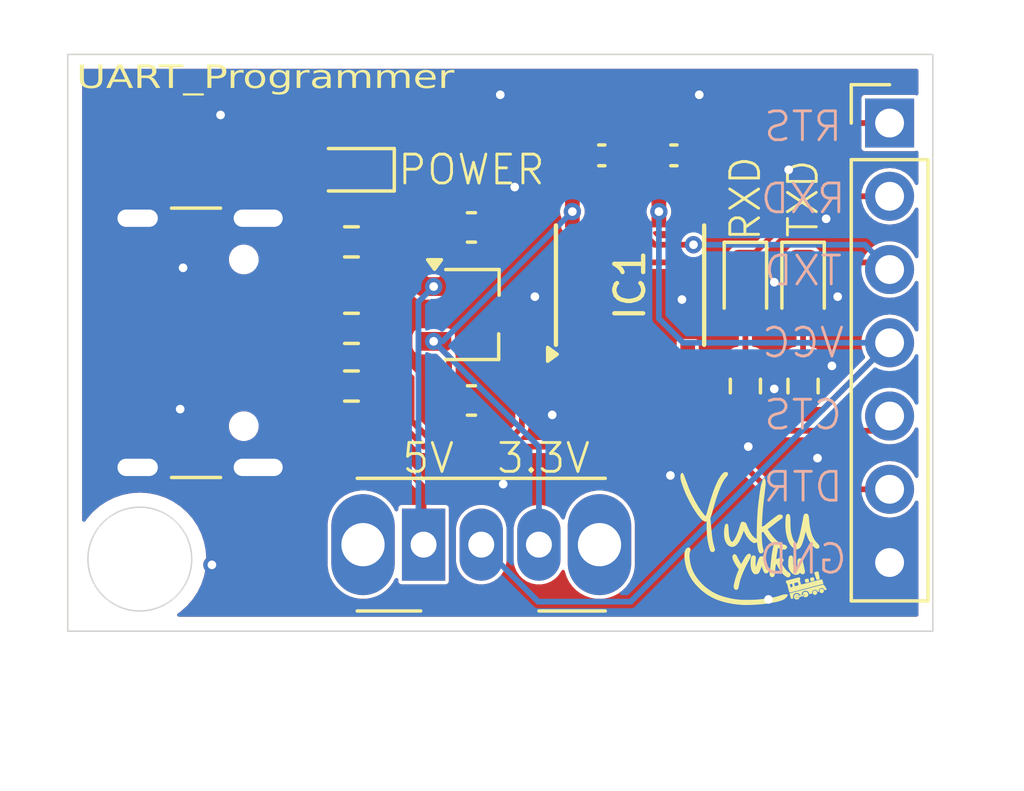
<source format=kicad_pcb>
(kicad_pcb (version 20240108) (generator "pcbnew") (generator_version "8.0")
  (layers (0 "F.Cu" signal) (31 "B.Cu" signal) (34 "B.Paste" user) (35 "F.Paste" user) (36 "B.SilkS" user "B.Silkscreen") (37 "F.SilkS" user "F.Silkscreen") (38 "B.Mask" user) (39 "F.Mask" user) (44 "Edge.Cuts" user))
  (net 0 "")
  (net 1 "Net-(J1-CC1)")
  (net 2 "GND")
  (net 3 "Net-(J1-CC2)")
  (net 4 "Net-(D1-A)")
  (net 5 "+5V")
  (net 6 "VCC")
  (net 7 "Net-(D2-A)")
  (net 8 "Net-(D3-A)")
  (net 9 "+3.3V")
  (net 10 "/D-")
  (net 11 "/~{CTS}")
  (net 12 "/RXD")
  (net 13 "/~{RTS}")
  (net 14 "/~{DTR}")
  (net 15 "/D+")
  (net 16 "/TXD")
  (net 17 "Net-(F1-Pad1)")
  (footprint "Resistor_SMD:R_0603_1608Metric" (layer "F.Cu") (at 135.5 99.5 180)
    (property "Reference" "R1" (hide yes))
    (property "Value" "5.1k")
    (pad "1" smd roundrect (at -0.825 0 180) (size 0.8 0.95) (layers "F.Cu" "F.Paste" "F.Mask") (net 2 "GND"))
    (pad "2" smd roundrect (at 0.825 0 180) (size 0.8 0.95) (layers "F.Cu" "F.Paste" "F.Mask") (net 1 "Net-(J1-CC1)"))
  )
  (footprint "Capacitor_SMD:C_0603_1608Metric" (layer "F.Cu") (at 139.66 96 180)
    (property "Reference" "C4" (hide yes))
    (property "Value" "1uF")
    (pad "1" smd roundrect (at -0.775 0 180) (size 0.9 0.95) (layers "F.Cu" "F.Paste" "F.Mask") (net 2 "GND"))
    (pad "2" smd roundrect (at 0.775 0 180) (size 0.9 0.95) (layers "F.Cu" "F.Paste" "F.Mask") (net 5 "+5V"))
  )
  (footprint "LED_SMD:LED_0603_1608Metric" (layer "F.Cu") (at 149.16 98 -90)
    (property "Reference" "D3" (hide yes))
    (property "Value" "LED")
    (pad "1" smd roundrect (at -0.7875 0 270) (size 0.875 0.95) (layers "F.Cu" "F.Paste" "F.Mask") (net 12 "/RXD"))
    (pad "2" smd roundrect (at 0.7875 0 270) (size 0.875 0.95) (layers "F.Cu" "F.Paste" "F.Mask") (net 8 "Net-(D3-A)"))
  )
  (footprint "Resistor_SMD:R_0603_1608Metric" (layer "F.Cu") (at 151.16 101.5 90)
    (property "Reference" "R4" (hide yes))
    (property "Value" "1k")
    (pad "1" smd roundrect (at -0.825 0 90) (size 0.8 0.95) (layers "F.Cu" "F.Paste" "F.Mask") (net 6 "VCC"))
    (pad "2" smd roundrect (at 0.825 0 90) (size 0.8 0.95) (layers "F.Cu" "F.Paste" "F.Mask") (net 7 "Net-(D2-A)"))
  )
  (footprint "Resistor_SMD:R_0603_1608Metric" (layer "F.Cu") (at 149.16 101.5 90)
    (property "Reference" "R5" (hide yes))
    (property "Value" "1k")
    (pad "1" smd roundrect (at -0.825 0 90) (size 0.8 0.95) (layers "F.Cu" "F.Paste" "F.Mask") (net 6 "VCC"))
    (pad "2" smd roundrect (at 0.825 0 90) (size 0.8 0.95) (layers "F.Cu" "F.Paste" "F.Mask") (net 8 "Net-(D3-A)"))
  )
  (footprint "LED_SMD:LED_0603_1608Metric" (layer "F.Cu") (at 151.16 98 -90)
    (property "Reference" "D2" (hide yes))
    (property "Value" "LED")
    (pad "1" smd roundrect (at -0.7875 0 270) (size 0.875 0.95) (layers "F.Cu" "F.Paste" "F.Mask") (net 16 "/TXD"))
    (pad "2" smd roundrect (at 0.7875 0 270) (size 0.875 0.95) (layers "F.Cu" "F.Paste" "F.Mask") (net 7 "Net-(D2-A)"))
  )
  (footprint "Fuse:Fuse_0402_1005Metric" (layer "F.Cu") (at 135.515 103)
    (property "Reference" "F1" (hide yes))
    (property "Value" "350mA")
    (pad "1" smd roundrect (at -0.485 0) (size 0.59 0.64) (layers "F.Cu" "F.Paste" "F.Mask") (net 17 "Net-(F1-Pad1)"))
    (pad "2" smd roundrect (at 0.485 0) (size 0.59 0.64) (layers "F.Cu" "F.Paste" "F.Mask") (net 5 "+5V"))
  )
  (footprint "Capacitor_SMD:C_0402_1005Metric" (layer "F.Cu") (at 144.18 93.5)
    (property "Reference" "C2" (hide yes))
    (property "Value" "0.1uF")
    (pad "1" smd roundrect (at -0.48 0) (size 0.56 0.62) (layers "F.Cu" "F.Paste" "F.Mask") (net 9 "+3.3V"))
    (pad "2" smd roundrect (at 0.48 0) (size 0.56 0.62) (layers "F.Cu" "F.Paste" "F.Mask") (net 2 "GND"))
  )
  (footprint "Connector_USB:USB_C_Receptacle_GCT_USB4105-xx-A_16P_TopMnt_Horizontal" (layer "F.Cu") (at 129.16 100 -90)
    (property "Reference" "J1" (hide yes))
    (property "Value" "USB_C_Receptacle_USB2.0_16P")
    (pad "" np_thru_hole circle (at -2.89 -2.605 270) (size 0.65 0.65) (drill 0.65) (layers "F&B.Cu" "*.Mask"))
    (pad "" np_thru_hole circle (at 2.89 -2.605 270) (size 0.65 0.65) (drill 0.65) (layers "F&B.Cu" "*.Mask"))
    (pad "A1" smd roundrect (at -3.2 -3.68 270) (size 0.6 1.15) (layers "F.Cu" "F.Paste" "F.Mask") (net 2 "GND"))
    (pad "A4" smd roundrect (at -2.4 -3.68 270) (size 0.6 1.15) (layers "F.Cu" "F.Paste" "F.Mask") (net 17 "Net-(F1-Pad1)"))
    (pad "A5" smd roundrect (at -1.25 -3.68 270) (size 0.3 1.15) (layers "F.Cu" "F.Paste" "F.Mask") (net 1 "Net-(J1-CC1)"))
    (pad "A6" smd roundrect (at -0.25 -3.68 270) (size 0.3 1.15) (layers "F.Cu" "F.Paste" "F.Mask") (net 15 "/D+"))
    (pad "A7" smd roundrect (at 0.25 -3.68 270) (size 0.3 1.15) (layers "F.Cu" "F.Paste" "F.Mask") (net 10 "/D-"))
    (pad "A8" smd roundrect (at 1.25 -3.68 270) (size 0.3 1.15) (layers "F.Cu" "F.Paste" "F.Mask"))
    (pad "A9" smd roundrect (at 2.4 -3.68 270) (size 0.6 1.15) (layers "F.Cu" "F.Paste" "F.Mask") (net 17 "Net-(F1-Pad1)"))
    (pad "A12" smd roundrect (at 3.2 -3.68 270) (size 0.6 1.15) (layers "F.Cu" "F.Paste" "F.Mask") (net 2 "GND"))
    (pad "B1" smd roundrect (at 3.2 -3.68 270) (size 0.6 1.15) (layers "F.Cu" "F.Paste" "F.Mask") (net 2 "GND"))
    (pad "B4" smd roundrect (at 2.4 -3.68 270) (size 0.6 1.15) (layers "F.Cu" "F.Paste" "F.Mask") (net 17 "Net-(F1-Pad1)"))
    (pad "B5" smd roundrect (at 1.75 -3.68 270) (size 0.3 1.15) (layers "F.Cu" "F.Paste" "F.Mask") (net 3 "Net-(J1-CC2)"))
    (pad "B6" smd roundrect (at 0.75 -3.68 270) (size 0.3 1.15) (layers "F.Cu" "F.Paste" "F.Mask") (net 15 "/D+"))
    (pad "B7" smd roundrect (at -0.75 -3.68 270) (size 0.3 1.15) (layers "F.Cu" "F.Paste" "F.Mask") (net 10 "/D-"))
    (pad "B8" smd roundrect (at -1.75 -3.68 270) (size 0.3 1.15) (layers "F.Cu" "F.Paste" "F.Mask"))
    (pad "B9" smd roundrect (at -2.4 -3.68 270) (size 0.6 1.15) (layers "F.Cu" "F.Paste" "F.Mask") (net 17 "Net-(F1-Pad1)"))
    (pad "B12" smd roundrect (at -3.2 -3.68 270) (size 0.6 1.15) (layers "F.Cu" "F.Paste" "F.Mask") (net 2 "GND"))
    (pad "S1" thru_hole oval (at -4.32 -3.105 270) (size 1 2.1) (drill oval 0.6 1.7) (layers "*.Cu" "*.Mask" "F.Paste") (net 2 "GND"))
    (pad "S1" thru_hole oval (at -4.32 1.075 270) (size 1 1.8) (drill oval 0.6 1.4) (layers "*.Cu" "*.Mask" "F.Paste") (net 2 "GND"))
    (pad "S1" thru_hole oval (at 4.32 -3.105 270) (size 1 2.1) (drill oval 0.6 1.7) (layers "*.Cu" "*.Mask" "F.Paste") (net 2 "GND"))
    (pad "S1" thru_hole oval (at 4.32 1.075 270) (size 1 1.8) (drill oval 0.6 1.4) (layers "*.Cu" "*.Mask" "F.Paste") (net 2 "GND"))
  )
  (footprint "Connector_PinHeader_2.54mm:PinHeader_1x07_P2.54mm_Vertical" (layer "F.Cu") (at 154.16 92.38)
    (property "Reference" "J2" (hide yes))
    (property "Value" "Conn_01x07")
    (pad "1" thru_hole rect (at 0 0) (size 1.7 1.7) (drill 1) (layers "*.Cu" "*.Mask") (net 13 "/~{RTS}"))
    (pad "2" thru_hole oval (at 0 2.54) (size 1.7 1.7) (drill 1) (layers "*.Cu" "*.Mask") (net 12 "/RXD"))
    (pad "3" thru_hole oval (at 0 5.08) (size 1.7 1.7) (drill 1) (layers "*.Cu" "*.Mask") (net 16 "/TXD"))
    (pad "4" thru_hole oval (at 0 7.62) (size 1.7 1.7) (drill 1) (layers "*.Cu" "*.Mask") (net 6 "VCC"))
    (pad "5" thru_hole oval (at 0 10.16) (size 1.7 1.7) (drill 1) (layers "*.Cu" "*.Mask") (net 11 "/~{CTS}"))
    (pad "6" thru_hole oval (at 0 12.7) (size 1.7 1.7) (drill 1) (layers "*.Cu" "*.Mask") (net 14 "/~{DTR}"))
    (pad "7" thru_hole oval (at 0 15.24) (size 1.7 1.7) (drill 1) (layers "*.Cu" "*.Mask") (net 2 "GND"))
  )
  (footprint "Button_Switch_THT:SW_Slide_SPDT_Angled_CK_OS102011MA1Q" (layer "F.Cu") (at 138 107)
    (property "Reference" "SW1" (hide yes))
    (property "Value" "SW_SPDT")
    (pad "" thru_hole oval (at -2.1 0) (size 2.2 3.5) (drill 1.5) (layers "*.Cu" "*.Mask"))
    (pad "" thru_hole oval (at 6.1 0) (size 2.2 3.5) (drill 1.5) (layers "*.Cu" "*.Mask"))
    (pad "1" thru_hole rect (at 0 0) (size 1.5 2.5) (drill 0.9) (layers "*.Cu" "*.Mask") (net 5 "+5V"))
    (pad "2" thru_hole oval (at 2 0) (size 1.5 2.5) (drill 0.9) (layers "*.Cu" "*.Mask") (net 6 "VCC"))
    (pad "3" thru_hole oval (at 4 0) (size 1.5 2.5) (drill 0.9) (layers "*.Cu" "*.Mask") (net 9 "+3.3V"))
  )
  (footprint "Capacitor_SMD:C_0603_1608Metric" (layer "F.Cu") (at 139.66 102)
    (property "Reference" "C3" (hide yes))
    (property "Value" "1uF")
    (pad "1" smd roundrect (at -0.775 0) (size 0.9 0.95) (layers "F.Cu" "F.Paste" "F.Mask") (net 9 "+3.3V"))
    (pad "2" smd roundrect (at 0.775 0) (size 0.9 0.95) (layers "F.Cu" "F.Paste" "F.Mask") (net 2 "GND"))
  )
  (footprint "Capacitor_SMD:C_0402_1005Metric" (layer "F.Cu") (at 146.68 93.5)
    (property "Reference" "C1" (hide yes))
    (property "Value" "0.1uF")
    (pad "1" smd roundrect (at -0.48 0) (size 0.56 0.62) (layers "F.Cu" "F.Paste" "F.Mask") (net 6 "VCC"))
    (pad "2" smd roundrect (at 0.48 0) (size 0.56 0.62) (layers "F.Cu" "F.Paste" "F.Mask") (net 2 "GND"))
  )
  (footprint "LED_SMD:LED_0603_1608Metric" (layer "F.Cu") (at 135.5 94 180)
    (property "Reference" "D1" (hide yes))
    (property "Value" "LED")
    (pad "1" smd roundrect (at -0.7875 0 180) (size 0.875 0.95) (layers "F.Cu" "F.Paste" "F.Mask") (net 2 "GND"))
    (pad "2" smd roundrect (at 0.7875 0 180) (size 0.875 0.95) (layers "F.Cu" "F.Paste" "F.Mask") (net 4 "Net-(D1-A)"))
  )
  (footprint "Resistor_SMD:R_0603_1608Metric" (layer "F.Cu") (at 135.5 96.5 180)
    (property "Reference" "R3" (hide yes))
    (property "Value" "1k")
    (pad "1" smd roundrect (at -0.825 0 180) (size 0.8 0.95) (layers "F.Cu" "F.Paste" "F.Mask") (net 5 "+5V"))
    (pad "2" smd roundrect (at 0.825 0 180) (size 0.8 0.95) (layers "F.Cu" "F.Paste" "F.Mask") (net 4 "Net-(D1-A)"))
  )
  (footprint "Resistor_SMD:R_0603_1608Metric" (layer "F.Cu") (at 135.5 101.5 180)
    (property "Reference" "R2" (hide yes))
    (property "Value" "5.1k")
    (pad "1" smd roundrect (at -0.825 0 180) (size 0.8 0.95) (layers "F.Cu" "F.Paste" "F.Mask") (net 2 "GND"))
    (pad "2" smd roundrect (at 0.825 0 180) (size 0.8 0.95) (layers "F.Cu" "F.Paste" "F.Mask") (net 3 "Net-(J1-CC2)"))
  )
  (footprint "Package_TO_SOT_SMD:TSOT-23" (layer "F.Cu") (at 139.66 99)
    (property "Reference" "IC2" (hide yes))
    (property "Value" "AP7333-33SAG-7")
    (pad "1" smd roundrect (at -1.31 -0.95) (size 1.22 0.65) (layers "F.Cu" "F.Paste" "F.Mask") (net 5 "+5V"))
    (pad "2" smd roundrect (at -1.31 0.95) (size 1.22 0.65) (layers "F.Cu" "F.Paste" "F.Mask") (net 9 "+3.3V"))
    (pad "3" smd roundrect (at 1.31 0) (size 1.22 0.65) (layers "F.Cu" "F.Paste" "F.Mask") (net 2 "GND"))
  )
  (footprint "Package_SO:SSOP-10_3.9x4.9mm_P1.00mm" (layer "F.Cu") (at 145.16 98 90)
    (property "Reference" "IC1" (at 0 0 -90) (layer "F.SilkS"))
    (property "Value" "~")
    (pad "1" smd rect (at -2.55 -2 90) (size 1.1 0.51) (layers "F.Cu" "F.Paste" "F.Mask") (net 15 "/D+"))
    (pad "2" smd rect (at -2.55 -1 90) (size 1.1 0.51) (layers "F.Cu" "F.Paste" "F.Mask") (net 10 "/D-"))
    (pad "3" smd rect (at -2.55 0 90) (size 1.1 0.51) (layers "F.Cu" "F.Paste" "F.Mask") (net 2 "GND"))
    (pad "4" smd rect (at -2.55 1 90) (size 1.1 0.51) (layers "F.Cu" "F.Paste" "F.Mask") (net 14 "/~{DTR}"))
    (pad "5" smd rect (at -2.55 2 90) (size 1.1 0.51) (layers "F.Cu" "F.Paste" "F.Mask") (net 11 "/~{CTS}"))
    (pad "6" smd rect (at 2.55 2 90) (size 1.1 0.51) (layers "F.Cu" "F.Paste" "F.Mask") (net 13 "/~{RTS}"))
    (pad "7" smd rect (at 2.55 1 90) (size 1.1 0.51) (layers "F.Cu" "F.Paste" "F.Mask") (net 6 "VCC"))
    (pad "8" smd rect (at 2.55 0 90) (size 1.1 0.51) (layers "F.Cu" "F.Paste" "F.Mask") (net 16 "/TXD"))
    (pad "9" smd rect (at 2.55 -1 90) (size 1.1 0.51) (layers "F.Cu" "F.Paste" "F.Mask") (net 12 "/RXD"))
    (pad "10" smd rect (at 2.55 -2 90) (size 1.1 0.51) (layers "F.Cu" "F.Paste" "F.Mask") (net 9 "+3.3V"))
  )
  (footprint "Logo:Yukuyuku" (layer "F.Cu") (at 149.26 106.3)
    (property "Reference" "G***" (hide yes))
    (property "Value" "LOGO" (hide yes))
  )
  (gr_line (start 155.66 110) (end 125.66 110) (stroke (width 0.05)) (layer "Edge.Cuts"))
  (gr_line (start 125.66 110) (end 125.66 90) (stroke (width 0.05)) (layer "Edge.Cuts"))
  (gr_line (start 125.66 90) (end 155.66 90) (stroke (width 0.05)) (layer "Edge.Cuts"))
  (gr_circle (center 128.16 107.5) (end 129.96 107.5) (stroke (width 0.05)) (fill none) (layer "Edge.Cuts"))
  (gr_line (start 155.66 90) (end 155.66 110) (stroke (width 0.05)) (layer "Edge.Cuts"))
  (gr_text "VCC" (at 151.16 100 0) (layer "B.SilkS") (effects (font (size 1 1) (thickness 0.1)) (justify mirror)))
  (gr_text "DTR" (at 151.16 105 0) (layer "B.SilkS") (effects (font (size 1 1) (thickness 0.1)) (justify mirror)))
  (gr_text "RXD" (at 151.16 95 0) (layer "B.SilkS") (effects (font (size 1 1) (thickness 0.1)) (justify mirror)))
  (gr_text "GND" (at 151.16 107.5 0) (layer "B.SilkS") (effects (font (size 1 1) (thickness 0.1)) (justify mirror)))
  (gr_text "RTS" (at 151.16 92.5 0) (layer "B.SilkS") (effects (font (size 1 1) (thickness 0.1)) (justify mirror)))
  (gr_text "TXD" (at 151.16 97.5 0) (layer "B.SilkS") (effects (font (size 1 1) (thickness 0.1)) (justify mirror)))
  (gr_text "CTS" (at 151.16 102.5 0) (layer "B.SilkS") (effects (font (size 1 1) (thickness 0.1)) (justify mirror)))
  (gr_text "5V" (at 138.16 104 0) (layer "F.SilkS") (effects (font (size 1 1) (thickness 0.1))))
  (gr_text "TXD" (at 151.16 95 90) (layer "F.SilkS") (effects (font (size 1 1) (thickness 0.1))))
  (gr_text "3.3V" (at 142.16 104 0) (layer "F.SilkS") (effects (font (size 1 1) (thickness 0.1))))
  (gr_text "POWER" (at 139.66 94 0) (layer "F.SilkS") (effects (font (size 1 1) (thickness 0.1))))
  (gr_text "RXD" (at 149.16 95 90) (layer "F.SilkS") (effects (font (size 1 1) (thickness 0.1))))
  (gr_text "UART_Programmer" (at 125.96 91.3 0) (layer "F.SilkS") (effects (font (size 0.8 1) (thickness 0.1)) (justify left bottom)))
  (segment (start 133.925 98.75) (end 134.675 99.5) (width 0.2) (layer "F.Cu") (net 1))
  (segment (start 132.84 98.75) (end 133.925 98.75) (width 0.2) (layer "F.Cu") (net 1))
  (segment (start 143.869 99) (end 145.16 100.291) (width 0.2) (layer "F.Cu") (net 2))
  (segment (start 135.5855 93.298) (end 136.2875 94) (width 0.2) (layer "F.Cu") (net 2))
  (segment (start 136.325 99.5) (end 136.825 99) (width 0.2) (layer "F.Cu") (net 2))
  (segment (start 146.623 92.963) (end 147.16 93.5) (width 0.2) (layer "F.Cu") (net 2))
  (segment (start 133.625 96.8) (end 132.84 96.8) (width 0.2) (layer "F.Cu") (net 2))
  (segment (start 131.15 96.795) (end 131.15 103.205) (width 0.2) (layer "F.Cu") (net 2))
  (segment (start 136.825 99) (end 140.97 99) (width 0.2) (layer "F.Cu") (net 2))
  (segment (start 136.325 99.5) (end 133.625 96.8) (width 0.2) (layer "F.Cu") (net 2))
  (segment (start 145.197 92.963) (end 146.623 92.963) (width 0.2) (layer "F.Cu") (net 2))
  (segment (start 142.833 103.927) (end 145.16 101.6) (width 0.2) (layer "F.Cu") (net 2))
  (segment (start 140.435 96) (end 140.435 98.465) (width 0.2) (layer "F.Cu") (net 2))
  (segment (start 137.874552 103.927) (end 142.833 103.927) (width 0.2) (layer "F.Cu") (net 2))
  (segment (start 128.085 95.68) (end 132.265 95.68) (width 0.2) (layer "F.Cu") (net 2))
  (segment (start 140.97 99) (end 140.435 99.535) (width 0.2) (layer "F.Cu") (net 2))
  (segment (start 132.84 103.2) (end 132.84 103.745) (width 0.2) (layer "F.Cu") (net 2))
  (segment (start 128.085 104.32) (end 132.265 104.32) (width 0.2) (layer "F.Cu") (net 2))
  (segment (start 132.84 96.8) (end 132.84 96.255) (width 0.2) (layer "F.Cu") (net 2))
  (segment (start 140.435 99.535) (end 140.435 102) (width 0.2) (layer "F.Cu") (net 2))
  (segment (start 145.16 100.291) (end 145.16 100.55) (width 0.2) (layer "F.Cu") (net 2))
  (segment (start 134.197 93.298) (end 135.5855 93.298) (width 0.2) (layer "F.Cu") (net 2))
  (segment (start 132.84 103.745) (end 132.265 104.32) (width 0.2) (layer "F.Cu") (net 2))
  (segment (start 136.325 102.377448) (end 137.874552 103.927) (width 0.2) (layer "F.Cu") (net 2))
  (segment (start 144.123 92.963) (end 144.66 93.5) (width 0.2) (layer "F.Cu") (net 2))
  (segment (start 140.435 96) (end 138.435 94) (width 0.2) (layer "F.Cu") (net 2))
  (segment (start 138.435 94) (end 136.2875 94) (width 0.2) (layer "F.Cu") (net 2))
  (segment (start 136.325 101.5) (end 136.325 102.377448) (width 0.2) (layer "F.Cu") (net 2))
  (segment (start 132.84 96.255) (end 132.265 95.68) (width 0.2) (layer "F.Cu") (net 2))
  (segment (start 151.935 107.62) (end 145.16 100.845) (width 0.2) (layer "F.Cu") (net 2))
  (segment (start 131.15 103.205) (end 132.265 104.32) (width 0.2) (layer "F.Cu") (net 2))
  (segment (start 140.97 99) (end 143.869 99) (width 0.2) (layer "F.Cu") (net 2))
  (segment (start 132.265 95.68) (end 132.265 95.23) (width 0.2) (layer "F.Cu") (net 2))
  (segment (start 145.16 100.845) (end 145.16 100.55) (width 0.2) (layer "F.Cu") (net 2))
  (segment (start 145.16 101.6) (end 145.16 100.55) (width 0.2) (layer "F.Cu") (net 2))
  (segment (start 132.265 95.23) (end 134.197 93.298) (width 0.2) (layer "F.Cu") (net 2))
  (segment (start 154.16 107.62) (end 151.935 107.62) (width 0.2) (layer "F.Cu") (net 2))
  (segment (start 140.435 98.465) (end 140.97 99) (width 0.2) (layer "F.Cu") (net 2))
  (segment (start 136.2875 94) (end 137.3245 92.963) (width 0.2) (layer "F.Cu") (net 2))
  (segment (start 137.3245 92.963) (end 144.123 92.963) (width 0.2) (layer "F.Cu") (net 2))
  (segment (start 132.265 95.68) (end 131.15 96.795) (width 0.2) (layer "F.Cu") (net 2))
  (segment (start 144.66 93.5) (end 145.197 92.963) (width 0.2) (layer "F.Cu") (net 2))
  (via (at 130.96 92.1) (size 0.6) (drill 0.3) (layers "F.Cu" "B.Cu") (net 2))
  (via (at 146.56 104.6) (size 0.6) (drill 0.3) (layers "F.Cu" "B.Cu") (net 2))
  (via (at 151.66 104) (size 0.6) (drill 0.3) (layers "F.Cu" "B.Cu") (net 2))
  (via (at 149.96 108.9) (size 0.6) (drill 0.3) (layers "F.Cu" "B.Cu") (net 2))
  (via (at 141.86 98.4) (size 0.6) (drill 0.3) (layers "F.Cu" "B.Cu") (net 2))
  (via (at 141.16 94.6) (size 0.6) (drill 0.3) (layers "F.Cu" "B.Cu") (net 2))
  (via (at 152.16 100.8) (size 0.6) (drill 0.3) (layers "F.Cu" "B.Cu") (net 2))
  (via (at 152.36 98.4) (size 0.6) (drill 0.3) (layers "F.Cu" "B.Cu") (net 2))
  (via (at 150.16 101.6) (size 0.6) (drill 0.3) (layers "F.Cu" "B.Cu") (net 2))
  (via (at 142.46 102.5) (size 0.6) (drill 0.3) (layers "F.Cu" "B.Cu") (net 2))
  (via (at 146.96 98.5) (size 0.6) (drill 0.3) (layers "F.Cu" "B.Cu") (net 2))
  (via (at 130.66 107.7) (size 0.6) (drill 0.3) (layers "F.Cu" "B.Cu") (net 2))
  (via (at 129.56 102.3) (size 0.6) (drill 0.3) (layers "F.Cu" "B.Cu") (net 2))
  (via (at 140.76 104.9) (size 0.6) (drill 0.3) (layers "F.Cu" "B.Cu") (net 2))
  (via (at 151.96 95.7) (size 0.6) (drill 0.3) (layers "F.Cu" "B.Cu") (net 2))
  (via (at 150.16 97.9) (size 0.6) (drill 0.3) (layers "F.Cu" "B.Cu") (net 2))
  (via (at 147.56 91.4) (size 0.6) (drill 0.3) (layers "F.Cu" "B.Cu") (net 2))
  (via (at 149.26 103.6) (size 0.6) (drill 0.3) (layers "F.Cu" "B.Cu") (net 2))
  (via (at 129.66 97.4) (size 0.6) (drill 0.3) (layers "F.Cu" "B.Cu") (net 2))
  (via (at 150.66 94) (size 0.6) (drill 0.3) (layers "F.Cu" "B.Cu") (net 2))
  (via (at 140.66 91.4) (size 0.6) (drill 0.3) (layers "F.Cu" "B.Cu") (net 2))
  (segment (start 134.425 101.75) (end 134.675 101.5) (width 0.2) (layer "F.Cu") (net 3))
  (segment (start 132.84 101.75) (end 134.425 101.75) (width 0.2) (layer "F.Cu") (net 3))
  (segment (start 134.675 96.5) (end 134.675 94.0375) (width 0.2) (layer "F.Cu") (net 4))
  (segment (start 134.675 94.0375) (end 134.7125 94) (width 0.2) (layer "F.Cu") (net 4))
  (segment (start 138.885 97.515) (end 138.885 96) (width 0.2) (layer "F.Cu") (net 5))
  (segment (start 138 107) (end 138 105) (width 0.2) (layer "F.Cu") (net 5))
  (segment (start 136.8 96.5) (end 136.325 96.5) (width 0.2) (layer "F.Cu") (net 5))
  (segment (start 138.35 98.05) (end 136.8 96.5) (width 0.2) (layer "F.Cu") (net 5))
  (segment (start 138.35 98.05) (end 138.885 97.515) (width 0.2) (layer "F.Cu") (net 5))
  (segment (start 138 105) (end 136 103) (width 0.2) (layer "F.Cu") (net 5))
  (via (at 138.35 98.05) (size 0.6) (drill 0.3) (layers "F.Cu" "B.Cu") (net 5))
  (segment (start 138 107) (end 137.823 106.823) (width 0.2) (layer "B.Cu") (net 5))
  (segment (start 137.823 98.577) (end 138.35 98.05) (width 0.2) (layer "B.Cu") (net 5))
  (segment (start 137.823 106.823) (end 137.823 98.577) (width 0.2) (layer "B.Cu") (net 5))
  (segment (start 146.16 93.54) (end 146.2 93.5) (width 0.2) (layer "F.Cu") (net 6))
  (segment (start 146.16 95.45) (end 146.16 93.54) (width 0.2) (layer "F.Cu") (net 6))
  (segment (start 151.16 102.325) (end 151.835 102.325) (width 0.2) (layer "F.Cu") (net 6))
  (segment (start 151.16 102.325) (end 149.16 102.325) (width 0.2) (layer "F.Cu") (net 6))
  (segment (start 151.835 102.325) (end 154.16 100) (width 0.2) (layer "F.Cu") (net 6))
  (via (at 146.16 95.45) (size 0.6) (drill 0.3) (layers "F.Cu" "B.Cu") (net 6))
  (segment (start 141.977 108.977) (end 145.183 108.977) (width 0.2) (layer "B.Cu") (net 6))
  (segment (start 146.16 95.45) (end 146.16 99.16) (width 0.2) (layer "B.Cu") (net 6))
  (segment (start 146.16 99.16) (end 147 100) (width 0.2) (layer "B.Cu") (net 6))
  (segment (start 147 100) (end 154.16 100) (width 0.2) (layer "B.Cu") (net 6))
  (segment (start 140 107) (end 141.977 108.977) (width 0.2) (layer "B.Cu") (net 6))
  (segment (start 145.183 108.977) (end 154.16 100) (width 0.2) (layer "B.Cu") (net 6))
  (segment (start 151.16 100.675) (end 151.16 98.7875) (width 0.2) (layer "F.Cu") (net 7))
  (segment (start 149.16 100.675) (end 149.16 98.7875) (width 0.2) (layer "F.Cu") (net 8))
  (segment (start 143.7 93.5) (end 143.16 94.04) (width 0.2) (layer "F.Cu") (net 9))
  (segment (start 138.885 102) (end 138.885 100.485) (width 0.2) (layer "F.Cu") (net 9))
  (segment (start 138.885 100.485) (end 138.35 99.95) (width 0.2) (layer "F.Cu") (net 9))
  (segment (start 143.16 94.04) (end 143.16 95.45) (width 0.2) (layer "F.Cu") (net 9))
  (via (at 138.35 99.95) (size 0.6) (drill 0.3) (layers "F.Cu" "B.Cu") (net 9))
  (via (at 143.16 95.45) (size 0.6) (drill 0.3) (layers "F.Cu" "B.Cu") (net 9))
  (segment (start 138.66 99.95) (end 138.35 99.95) (width 0.2) (layer "B.Cu") (net 9))
  (segment (start 142 103.6) (end 138.35 99.95) (width 0.2) (layer "B.Cu") (net 9))
  (segment (start 142 107) (end 142 103.6) (width 0.2) (layer "B.Cu") (net 9))
  (segment (start 143.16 95.45) (end 138.66 99.95) (width 0.2) (layer "B.Cu") (net 9))
  (segment (start 141.61 99.7) (end 143.91 99.7) (width 0.2) (layer "F.Cu") (net 10))
  (segment (start 133.66 99.495001) (end 133.66 100.004999) (width 0.2) (layer "F.Cu") (net 10))
  (segment (start 141.06 103.273) (end 141.41 102.923) (width 0.2) (layer "F.Cu") (net 10))
  (segment (start 141.41 102.923) (end 141.41 99.9) (width 0.2) (layer "F.Cu") (net 10))
  (segment (start 138.145448 103.273) (end 141.06 103.273) (width 0.2) (layer "F.Cu") (net 10))
  (segment (start 144.16 99.95) (end 144.16 100.55) (width 0.2) (layer "F.Cu") (net 10))
  (segment (start 132.84 99.25) (end 133.414999 99.25) (width 0.2) (layer "F.Cu") (net 10))
  (segment (start 141.41 99.9) (end 141.61 99.7) (width 0.2) (layer "F.Cu") (net 10))
  (segment (start 137.587 101.21514) (end 137.587 102.714552) (width 0.2) (layer "F.Cu") (net 10))
  (segment (start 134.078001 100.423) (end 136.79486 100.423) (width 0.2) (layer "F.Cu") (net 10))
  (segment (start 133.66 100.004999) (end 134.078001 100.423) (width 0.2) (layer "F.Cu") (net 10))
  (segment (start 133.66 100.004999) (end 133.414999 100.25) (width 0.2) (layer "F.Cu") (net 10))
  (segment (start 143.91 99.7) (end 144.16 99.95) (width 0.2) (layer "F.Cu") (net 10))
  (segment (start 133.414999 100.25) (end 132.84 100.25) (width 0.2) (layer "F.Cu") (net 10))
  (segment (start 137.587 102.714552) (end 138.145448 103.273) (width 0.2) (layer "F.Cu") (net 10))
  (segment (start 136.79486 100.423) (end 137.587 101.21514) (width 0.2) (layer "F.Cu") (net 10))
  (segment (start 133.414999 99.25) (end 133.66 99.495001) (width 0.2) (layer "F.Cu") (net 10))
  (segment (start 147.16 100.55) (end 147.16 101.409412) (width 0.2) (layer "F.Cu") (net 11))
  (segment (start 148.800588 103.05) (end 153.65 103.05) (width 0.2) (layer "F.Cu") (net 11))
  (segment (start 153.65 103.05) (end 154.16 102.54) (width 0.2) (layer "F.Cu") (net 11))
  (segment (start 147.16 101.409412) (end 148.800588 103.05) (width 0.2) (layer "F.Cu") (net 11))
  (segment (start 144.16 95.745) (end 145.6275 97.2125) (width 0.2) (layer "F.Cu") (net 12))
  (segment (start 149.16 97.2125) (end 151.4525 94.92) (width 0.2) (layer "F.Cu") (net 12))
  (segment (start 151.4525 94.92) (end 154.16 94.92) (width 0.2) (layer "F.Cu") (net 12))
  (segment (start 144.16 95.45) (end 144.16 95.745) (width 0.2) (layer "F.Cu") (net 12))
  (segment (start 145.6275 97.2125) (end 149.16 97.2125) (width 0.2) (layer "F.Cu") (net 12))
  (segment (start 147.16 95.45) (end 150.23 92.38) (width 0.2) (layer "F.Cu") (net 13))
  (segment (start 150.23 92.38) (end 154.16 92.38) (width 0.2) (layer "F.Cu") (net 13))
  (segment (start 146.16 100.55) (end 146.16 101.3) (width 0.2) (layer "F.Cu") (net 14))
  (segment (start 149.94 105.08) (end 154.16 105.08) (width 0.2) (layer "F.Cu") (net 14))
  (segment (start 146.16 101.3) (end 149.94 105.08) (width 0.2) (layer "F.Cu") (net 14))
  (segment (start 137.26 101.350588) (end 137.26 102.85) (width 0.2) (layer "F.Cu") (net 15))
  (segment (start 142.66 103.6) (end 143.16 103.1) (width 0.2) (layer "F.Cu") (net 15))
  (segment (start 132.038 100.522999) (end 132.038 100.04783) (width 0.2) (layer "F.Cu") (net 15))
  (segment (start 132.33583 99.75) (end 132.84 99.75) (width 0.2) (layer "F.Cu") (net 15))
  (segment (start 132.84 100.75) (end 132.265001 100.75) (width 0.2) (layer "F.Cu") (net 15))
  (segment (start 132.84 100.75) (end 136.659412 100.75) (width 0.2) (layer "F.Cu") (net 15))
  (segment (start 136.659412 100.75) (end 137.26 101.350588) (width 0.2) (layer "F.Cu") (net 15))
  (segment (start 143.16 103.1) (end 143.16 100.55) (width 0.2) (layer "F.Cu") (net 15))
  (segment (start 137.26 102.85) (end 138.01 103.6) (width 0.2) (layer "F.Cu") (net 15))
  (segment (start 132.265001 100.75) (end 132.038 100.522999) (width 0.2) (layer "F.Cu") (net 15))
  (segment (start 138.01 103.6) (end 142.66 103.6) (width 0.2) (layer "F.Cu") (net 15))
  (segment (start 132.038 100.04783) (end 132.33583 99.75) (width 0.2) (layer "F.Cu") (net 15))
  (segment (start 146.41 96.6) (end 147.36 96.6) (width 0.2) (layer "F.Cu") (net 16))
  (segment (start 146.015 96.6) (end 146.41 96.6) (width 0.2) (layer "F.Cu") (net 16))
  (segment (start 145.16 95.745) (end 146.015 96.6) (width 0.2) (layer "F.Cu") (net 16))
  (segment (start 151.16 97.2125) (end 153.9125 97.2125) (width 0.2) (layer "F.Cu") (net 16))
  (segment (start 145.16 95.45) (end 145.16 95.745) (width 0.2) (layer "F.Cu") (net 16))
  (segment (start 153.9125 97.2125) (end 154.16 97.46) (width 0.2) (layer "F.Cu") (net 16))
  (via (at 147.36 96.6) (size 0.6) (drill 0.3) (layers "F.Cu" "B.Cu") (net 16))
  (segment (start 147.36 96.6) (end 153.3 96.6) (width 0.2) (layer "B.Cu") (net 16))
  (segment (start 153.3 96.6) (end 154.16 97.46) (width 0.2) (layer "B.Cu") (net 16))
  (segment (start 133.152316 102.4) (end 133.752316 103) (width 0.2) (layer "F.Cu") (net 17))
  (segment (start 132.84 102.4) (end 133.152316 102.4) (width 0.2) (layer "F.Cu") (net 17))
  (segment (start 133.752316 103) (end 135.03 103) (width 0.2) (layer "F.Cu") (net 17))
  (zone (net 2) (net_name "GND") (layers "F&B.Cu") (connect_pads yes (clearance 0.127)) (min_thickness 0.127) (fill yes (thermal_gap 0.5) (thermal_bridge_width 0.5))
    (polygon (pts (xy 125.66 90) (xy 125.66 110) (xy 155.66 110) (xy 155.66 90)))
  )
)
</source>
